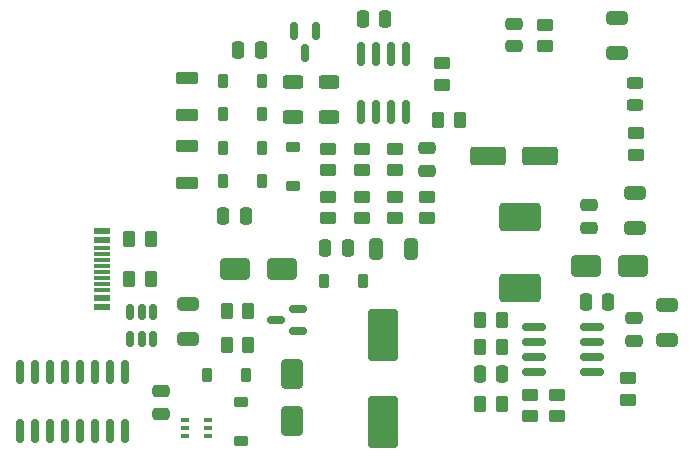
<source format=gtp>
G04 #@! TF.GenerationSoftware,KiCad,Pcbnew,9.0.4*
G04 #@! TF.CreationDate,2025-10-03T12:39:18+02:00*
G04 #@! TF.ProjectId,Mini-EMS-ESP,4d696e69-2d45-44d5-932d-4553502e6b69,rev?*
G04 #@! TF.SameCoordinates,Original*
G04 #@! TF.FileFunction,Paste,Top*
G04 #@! TF.FilePolarity,Positive*
%FSLAX46Y46*%
G04 Gerber Fmt 4.6, Leading zero omitted, Abs format (unit mm)*
G04 Created by KiCad (PCBNEW 9.0.4) date 2025-10-03 12:39:18*
%MOMM*%
%LPD*%
G01*
G04 APERTURE LIST*
G04 Aperture macros list*
%AMRoundRect*
0 Rectangle with rounded corners*
0 $1 Rounding radius*
0 $2 $3 $4 $5 $6 $7 $8 $9 X,Y pos of 4 corners*
0 Add a 4 corners polygon primitive as box body*
4,1,4,$2,$3,$4,$5,$6,$7,$8,$9,$2,$3,0*
0 Add four circle primitives for the rounded corners*
1,1,$1+$1,$2,$3*
1,1,$1+$1,$4,$5*
1,1,$1+$1,$6,$7*
1,1,$1+$1,$8,$9*
0 Add four rect primitives between the rounded corners*
20,1,$1+$1,$2,$3,$4,$5,0*
20,1,$1+$1,$4,$5,$6,$7,0*
20,1,$1+$1,$6,$7,$8,$9,0*
20,1,$1+$1,$8,$9,$2,$3,0*%
G04 Aperture macros list end*
%ADD10R,1.450000X0.600000*%
%ADD11R,1.450000X0.300000*%
%ADD12RoundRect,0.250000X-0.450000X0.262500X-0.450000X-0.262500X0.450000X-0.262500X0.450000X0.262500X0*%
%ADD13RoundRect,0.150000X0.587500X0.150000X-0.587500X0.150000X-0.587500X-0.150000X0.587500X-0.150000X0*%
%ADD14RoundRect,0.250000X0.250000X0.475000X-0.250000X0.475000X-0.250000X-0.475000X0.250000X-0.475000X0*%
%ADD15RoundRect,0.250000X-0.475000X0.250000X-0.475000X-0.250000X0.475000X-0.250000X0.475000X0.250000X0*%
%ADD16RoundRect,0.225000X-0.225000X-0.375000X0.225000X-0.375000X0.225000X0.375000X-0.225000X0.375000X0*%
%ADD17RoundRect,0.250000X0.475000X-0.250000X0.475000X0.250000X-0.475000X0.250000X-0.475000X-0.250000X0*%
%ADD18RoundRect,0.250000X0.650000X-0.325000X0.650000X0.325000X-0.650000X0.325000X-0.650000X-0.325000X0*%
%ADD19RoundRect,0.150000X-0.150000X0.825000X-0.150000X-0.825000X0.150000X-0.825000X0.150000X0.825000X0*%
%ADD20RoundRect,0.150000X-0.150000X0.587500X-0.150000X-0.587500X0.150000X-0.587500X0.150000X0.587500X0*%
%ADD21RoundRect,0.250000X-0.262500X-0.450000X0.262500X-0.450000X0.262500X0.450000X-0.262500X0.450000X0*%
%ADD22RoundRect,0.250000X-1.000000X-0.650000X1.000000X-0.650000X1.000000X0.650000X-1.000000X0.650000X0*%
%ADD23RoundRect,0.243750X-0.456250X0.243750X-0.456250X-0.243750X0.456250X-0.243750X0.456250X0.243750X0*%
%ADD24RoundRect,0.250000X-0.250000X-0.475000X0.250000X-0.475000X0.250000X0.475000X-0.250000X0.475000X0*%
%ADD25RoundRect,0.225000X0.225000X0.375000X-0.225000X0.375000X-0.225000X-0.375000X0.225000X-0.375000X0*%
%ADD26RoundRect,0.250000X1.500000X-0.925000X1.500000X0.925000X-1.500000X0.925000X-1.500000X-0.925000X0*%
%ADD27RoundRect,0.250000X0.262500X0.450000X-0.262500X0.450000X-0.262500X-0.450000X0.262500X-0.450000X0*%
%ADD28RoundRect,0.250000X0.450000X-0.262500X0.450000X0.262500X-0.450000X0.262500X-0.450000X-0.262500X0*%
%ADD29RoundRect,0.150000X-0.825000X-0.150000X0.825000X-0.150000X0.825000X0.150000X-0.825000X0.150000X0*%
%ADD30RoundRect,0.250000X-0.650000X0.325000X-0.650000X-0.325000X0.650000X-0.325000X0.650000X0.325000X0*%
%ADD31RoundRect,0.250000X0.625000X-0.312500X0.625000X0.312500X-0.625000X0.312500X-0.625000X-0.312500X0*%
%ADD32RoundRect,0.250000X-1.250000X-0.550000X1.250000X-0.550000X1.250000X0.550000X-1.250000X0.550000X0*%
%ADD33RoundRect,0.250000X1.000000X-1.950000X1.000000X1.950000X-1.000000X1.950000X-1.000000X-1.950000X0*%
%ADD34RoundRect,0.250000X0.700000X-0.275000X0.700000X0.275000X-0.700000X0.275000X-0.700000X-0.275000X0*%
%ADD35RoundRect,0.250000X0.325000X0.650000X-0.325000X0.650000X-0.325000X-0.650000X0.325000X-0.650000X0*%
%ADD36RoundRect,0.250000X-0.650000X1.000000X-0.650000X-1.000000X0.650000X-1.000000X0.650000X1.000000X0*%
%ADD37RoundRect,0.150000X-0.150000X0.512500X-0.150000X-0.512500X0.150000X-0.512500X0.150000X0.512500X0*%
%ADD38RoundRect,0.100000X0.225000X0.100000X-0.225000X0.100000X-0.225000X-0.100000X0.225000X-0.100000X0*%
%ADD39RoundRect,0.225000X-0.375000X0.225000X-0.375000X-0.225000X0.375000X-0.225000X0.375000X0.225000X0*%
G04 APERTURE END LIST*
D10*
X78921000Y-111937000D03*
X78921000Y-111162000D03*
D11*
X78921000Y-110462000D03*
X78921000Y-109962000D03*
X78921000Y-109462000D03*
X78921000Y-108962000D03*
X78921000Y-108462000D03*
X78921000Y-107962000D03*
X78921000Y-107462000D03*
X78921000Y-106962000D03*
D10*
X78921000Y-106262000D03*
X78921000Y-105487000D03*
D12*
X107696000Y-91289500D03*
X107696000Y-93114500D03*
D13*
X95552500Y-113980000D03*
X95552500Y-112080000D03*
X93677500Y-113030000D03*
D14*
X121788000Y-111506000D03*
X119888000Y-111506000D03*
D15*
X106426000Y-98491000D03*
X106426000Y-100391000D03*
X120142000Y-103317000D03*
X120142000Y-105217000D03*
D16*
X89155000Y-101303667D03*
X92455000Y-101303667D03*
D17*
X123952000Y-114803000D03*
X123952000Y-112903000D03*
D18*
X86233000Y-114632000D03*
X86233000Y-111682000D03*
D19*
X104648000Y-90489000D03*
X103378000Y-90489000D03*
X102108000Y-90489000D03*
X100838000Y-90489000D03*
X100838000Y-95439000D03*
X102108000Y-95439000D03*
X103378000Y-95439000D03*
X104648000Y-95439000D03*
D20*
X97089000Y-88597500D03*
X95189000Y-88597500D03*
X96139000Y-90472500D03*
D12*
X103759000Y-102592500D03*
X103759000Y-104417500D03*
D19*
X80899000Y-117478000D03*
X79629000Y-117478000D03*
X78359000Y-117478000D03*
X77089000Y-117478000D03*
X75819000Y-117478000D03*
X74549000Y-117478000D03*
X73279000Y-117478000D03*
X72009000Y-117478000D03*
X72009000Y-122428000D03*
X73279000Y-122428000D03*
X74549000Y-122428000D03*
X75819000Y-122428000D03*
X77089000Y-122428000D03*
X78359000Y-122428000D03*
X79629000Y-122428000D03*
X80899000Y-122428000D03*
D12*
X98044000Y-98528500D03*
X98044000Y-100353500D03*
D21*
X110974500Y-120142000D03*
X112799500Y-120142000D03*
D12*
X123444000Y-117959500D03*
X123444000Y-119784500D03*
D22*
X119920000Y-108458000D03*
X123920000Y-108458000D03*
D23*
X124104400Y-92940900D03*
X124104400Y-94815900D03*
D24*
X101031000Y-87565000D03*
X102931000Y-87565000D03*
D25*
X92455000Y-95631000D03*
X89155000Y-95631000D03*
D26*
X114300000Y-110340000D03*
X114300000Y-104290000D03*
D27*
X112799500Y-115316000D03*
X110974500Y-115316000D03*
D21*
X89511500Y-115189000D03*
X91336500Y-115189000D03*
D12*
X100965000Y-98528500D03*
X100965000Y-100353500D03*
X100965000Y-102592500D03*
X100965000Y-104417500D03*
D28*
X103759000Y-100353500D03*
X103759000Y-98528500D03*
D29*
X115508000Y-113665000D03*
X115508000Y-114935000D03*
X115508000Y-116205000D03*
X115508000Y-117475000D03*
X120458000Y-117475000D03*
X120458000Y-116205000D03*
X120458000Y-114935000D03*
X120458000Y-113665000D03*
D18*
X126746000Y-114759000D03*
X126746000Y-111809000D03*
D21*
X110974500Y-113030000D03*
X112799500Y-113030000D03*
D30*
X124079000Y-102284000D03*
X124079000Y-105234000D03*
D27*
X91313000Y-112268000D03*
X89488000Y-112268000D03*
D16*
X89155000Y-92794667D03*
X92455000Y-92794667D03*
D12*
X116433600Y-88038300D03*
X116433600Y-89863300D03*
D14*
X91120000Y-104267000D03*
X89220000Y-104267000D03*
D24*
X90490000Y-90170000D03*
X92390000Y-90170000D03*
D31*
X95123000Y-95823500D03*
X95123000Y-92898500D03*
D17*
X113842800Y-89850000D03*
X113842800Y-87950000D03*
D12*
X115189000Y-119356500D03*
X115189000Y-121181500D03*
D17*
X83947000Y-120965000D03*
X83947000Y-119065000D03*
D21*
X107418500Y-96139000D03*
X109243500Y-96139000D03*
D32*
X111592000Y-99187000D03*
X115992000Y-99187000D03*
D28*
X124155200Y-99058100D03*
X124155200Y-97233100D03*
D33*
X102743000Y-121683000D03*
X102743000Y-114283000D03*
D24*
X110937000Y-117602000D03*
X112837000Y-117602000D03*
D21*
X81233000Y-106172000D03*
X83058000Y-106172000D03*
D24*
X97856000Y-106934000D03*
X99756000Y-106934000D03*
D34*
X86106000Y-95690667D03*
X86106000Y-92540667D03*
D30*
X122555000Y-87474000D03*
X122555000Y-90424000D03*
D22*
X90202000Y-108712000D03*
X94202000Y-108712000D03*
D31*
X98171000Y-95823500D03*
X98171000Y-92898500D03*
D35*
X105107000Y-107061000D03*
X102157000Y-107061000D03*
D36*
X94996000Y-117634000D03*
X94996000Y-121634000D03*
D21*
X81233000Y-109601000D03*
X83058000Y-109601000D03*
D12*
X98044000Y-102592500D03*
X98044000Y-104417500D03*
D25*
X92455000Y-98467334D03*
X89155000Y-98467334D03*
D12*
X117475000Y-119356500D03*
X117475000Y-121181500D03*
D34*
X86106000Y-101481667D03*
X86106000Y-98331667D03*
D37*
X83246000Y-112400500D03*
X82296000Y-112400500D03*
X81346000Y-112400500D03*
X81346000Y-114675500D03*
X82296000Y-114675500D03*
X83246000Y-114675500D03*
D12*
X106426000Y-102617900D03*
X106426000Y-104442900D03*
D38*
X87879000Y-122839000D03*
X87879000Y-122189000D03*
X87879000Y-121539000D03*
X85979000Y-121539000D03*
X85979000Y-122189000D03*
X85979000Y-122839000D03*
D39*
X95123000Y-98426000D03*
X95123000Y-101726000D03*
X90678000Y-119965200D03*
X90678000Y-123265200D03*
D25*
X91159600Y-117703600D03*
X87859600Y-117703600D03*
X101065600Y-109778800D03*
X97765600Y-109778800D03*
M02*

</source>
